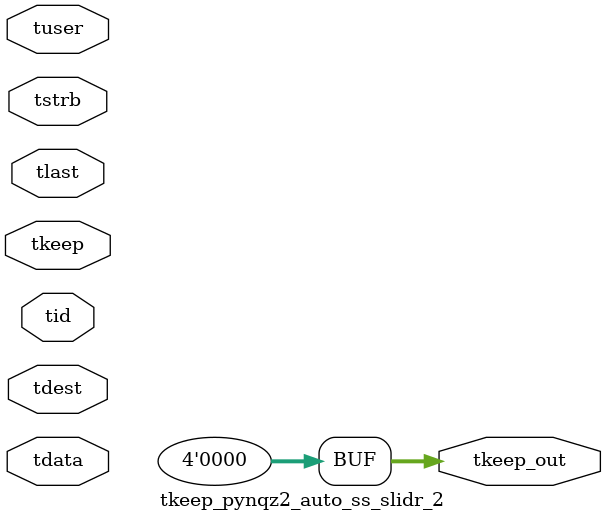
<source format=v>


`timescale 1ps/1ps

module tkeep_pynqz2_auto_ss_slidr_2 #
(
parameter C_S_AXIS_TDATA_WIDTH = 32,
parameter C_S_AXIS_TUSER_WIDTH = 0,
parameter C_S_AXIS_TID_WIDTH   = 0,
parameter C_S_AXIS_TDEST_WIDTH = 0,
parameter C_M_AXIS_TDATA_WIDTH = 32
)
(
input  [(C_S_AXIS_TDATA_WIDTH == 0 ? 1 : C_S_AXIS_TDATA_WIDTH)-1:0     ] tdata,
input  [(C_S_AXIS_TUSER_WIDTH == 0 ? 1 : C_S_AXIS_TUSER_WIDTH)-1:0     ] tuser,
input  [(C_S_AXIS_TID_WIDTH   == 0 ? 1 : C_S_AXIS_TID_WIDTH)-1:0       ] tid,
input  [(C_S_AXIS_TDEST_WIDTH == 0 ? 1 : C_S_AXIS_TDEST_WIDTH)-1:0     ] tdest,
input  [(C_S_AXIS_TDATA_WIDTH/8)-1:0 ] tkeep,
input  [(C_S_AXIS_TDATA_WIDTH/8)-1:0 ] tstrb,
input                                                                    tlast,
output [(C_M_AXIS_TDATA_WIDTH/8)-1:0 ] tkeep_out
);

assign tkeep_out = {1'b0};

endmodule


</source>
